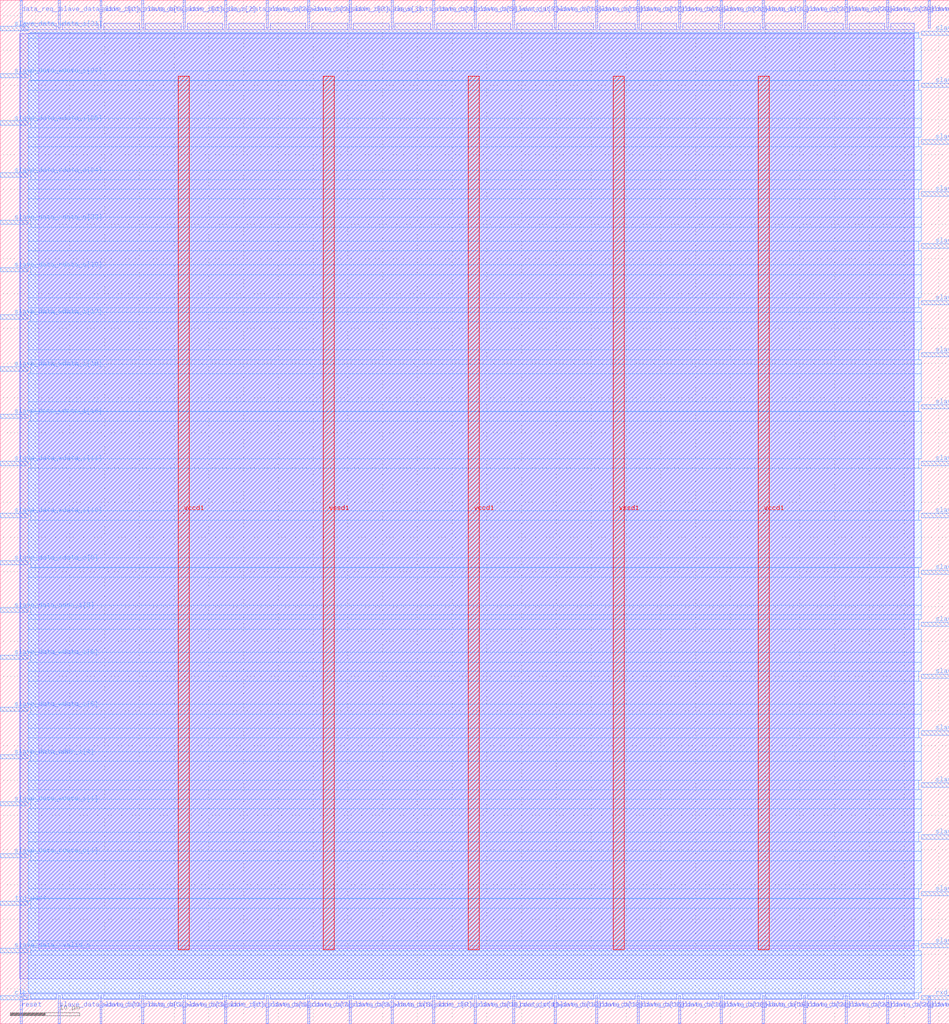
<source format=lef>
VERSION 5.7 ;
  NOWIREEXTENSIONATPIN ON ;
  DIVIDERCHAR "/" ;
  BUSBITCHARS "[]" ;
MACRO peripheral
  CLASS BLOCK ;
  FOREIGN peripheral ;
  ORIGIN 0.000 0.000 ;
  SIZE 136.490 BY 147.210 ;
  PIN clk
    DIRECTION INPUT ;
    USE SIGNAL ;
    PORT
      LAYER met3 ;
        RECT 0.000 3.440 4.000 4.040 ;
    END
  END clk
  PIN data_req_i
    DIRECTION INPUT ;
    USE SIGNAL ;
    PORT
      LAYER met2 ;
        RECT 2.850 143.210 3.130 147.210 ;
    END
  END data_req_i
  PIN reset
    DIRECTION INPUT ;
    USE SIGNAL ;
    PORT
      LAYER met2 ;
        RECT 2.850 0.000 3.130 4.000 ;
    END
  END reset
  PIN rxd_uart
    DIRECTION INPUT ;
    USE SIGNAL ;
    PORT
      LAYER met3 ;
        RECT 132.490 3.440 136.490 4.040 ;
    END
  END rxd_uart
  PIN slave_data_addr_i[0]
    DIRECTION INPUT ;
    USE SIGNAL ;
    PORT
      LAYER met2 ;
        RECT 8.370 143.210 8.650 147.210 ;
    END
  END slave_data_addr_i[0]
  PIN slave_data_addr_i[1]
    DIRECTION INPUT ;
    USE SIGNAL ;
    PORT
      LAYER met2 ;
        RECT 20.330 143.210 20.610 147.210 ;
    END
  END slave_data_addr_i[1]
  PIN slave_data_addr_i[2]
    DIRECTION INPUT ;
    USE SIGNAL ;
    PORT
      LAYER met3 ;
        RECT 132.490 41.520 136.490 42.120 ;
    END
  END slave_data_addr_i[2]
  PIN slave_data_addr_i[3]
    DIRECTION INPUT ;
    USE SIGNAL ;
    PORT
      LAYER met2 ;
        RECT 44.250 143.210 44.530 147.210 ;
    END
  END slave_data_addr_i[3]
  PIN slave_data_addr_i[4]
    DIRECTION INPUT ;
    USE SIGNAL ;
    PORT
      LAYER met3 ;
        RECT 0.000 38.120 4.000 38.720 ;
    END
  END slave_data_addr_i[4]
  PIN slave_data_addr_i[5]
    DIRECTION INPUT ;
    USE SIGNAL ;
    PORT
      LAYER met3 ;
        RECT 132.490 57.160 136.490 57.760 ;
    END
  END slave_data_addr_i[5]
  PIN slave_data_addr_i[6]
    DIRECTION INPUT ;
    USE SIGNAL ;
    PORT
      LAYER met2 ;
        RECT 26.310 0.000 26.590 4.000 ;
    END
  END slave_data_addr_i[6]
  PIN slave_data_addr_i[7]
    DIRECTION INPUT ;
    USE SIGNAL ;
    PORT
      LAYER met3 ;
        RECT 132.490 64.640 136.490 65.240 ;
    END
  END slave_data_addr_i[7]
  PIN slave_data_addr_i[8]
    DIRECTION INPUT ;
    USE SIGNAL ;
    PORT
      LAYER met3 ;
        RECT 0.000 59.200 4.000 59.800 ;
    END
  END slave_data_addr_i[8]
  PIN slave_data_addr_i[9]
    DIRECTION INPUT ;
    USE SIGNAL ;
    PORT
      LAYER met2 ;
        RECT 56.210 0.000 56.490 4.000 ;
    END
  END slave_data_addr_i[9]
  PIN slave_data_be_i[0]
    DIRECTION INPUT ;
    USE SIGNAL ;
    PORT
      LAYER met3 ;
        RECT 132.490 26.560 136.490 27.160 ;
    END
  END slave_data_be_i[0]
  PIN slave_data_be_i[1]
    DIRECTION INPUT ;
    USE SIGNAL ;
    PORT
      LAYER met3 ;
        RECT 132.490 34.040 136.490 34.640 ;
    END
  END slave_data_be_i[1]
  PIN slave_data_be_i[2]
    DIRECTION INPUT ;
    USE SIGNAL ;
    PORT
      LAYER met2 ;
        RECT 26.310 143.210 26.590 147.210 ;
    END
  END slave_data_be_i[2]
  PIN slave_data_be_i[3]
    DIRECTION INPUT ;
    USE SIGNAL ;
    PORT
      LAYER met2 ;
        RECT 50.230 143.210 50.510 147.210 ;
    END
  END slave_data_be_i[3]
  PIN slave_data_gnt_o
    DIRECTION OUTPUT TRISTATE ;
    USE SIGNAL ;
    PORT
      LAYER met3 ;
        RECT 132.490 10.920 136.490 11.520 ;
    END
  END slave_data_gnt_o
  PIN slave_data_rdata_o[0]
    DIRECTION OUTPUT TRISTATE ;
    USE SIGNAL ;
    PORT
      LAYER met2 ;
        RECT 14.350 143.210 14.630 147.210 ;
    END
  END slave_data_rdata_o[0]
  PIN slave_data_rdata_o[10]
    DIRECTION OUTPUT TRISTATE ;
    USE SIGNAL ;
    PORT
      LAYER met2 ;
        RECT 62.190 0.000 62.470 4.000 ;
    END
  END slave_data_rdata_o[10]
  PIN slave_data_rdata_o[11]
    DIRECTION OUTPUT TRISTATE ;
    USE SIGNAL ;
    PORT
      LAYER met2 ;
        RECT 68.170 0.000 68.450 4.000 ;
    END
  END slave_data_rdata_o[11]
  PIN slave_data_rdata_o[12]
    DIRECTION OUTPUT TRISTATE ;
    USE SIGNAL ;
    PORT
      LAYER met3 ;
        RECT 132.490 80.280 136.490 80.880 ;
    END
  END slave_data_rdata_o[12]
  PIN slave_data_rdata_o[13]
    DIRECTION OUTPUT TRISTATE ;
    USE SIGNAL ;
    PORT
      LAYER met2 ;
        RECT 79.670 0.000 79.950 4.000 ;
    END
  END slave_data_rdata_o[13]
  PIN slave_data_rdata_o[14]
    DIRECTION OUTPUT TRISTATE ;
    USE SIGNAL ;
    PORT
      LAYER met3 ;
        RECT 132.490 88.440 136.490 89.040 ;
    END
  END slave_data_rdata_o[14]
  PIN slave_data_rdata_o[15]
    DIRECTION OUTPUT TRISTATE ;
    USE SIGNAL ;
    PORT
      LAYER met2 ;
        RECT 85.650 0.000 85.930 4.000 ;
    END
  END slave_data_rdata_o[15]
  PIN slave_data_rdata_o[16]
    DIRECTION OUTPUT TRISTATE ;
    USE SIGNAL ;
    PORT
      LAYER met2 ;
        RECT 91.630 0.000 91.910 4.000 ;
    END
  END slave_data_rdata_o[16]
  PIN slave_data_rdata_o[17]
    DIRECTION OUTPUT TRISTATE ;
    USE SIGNAL ;
    PORT
      LAYER met2 ;
        RECT 85.650 143.210 85.930 147.210 ;
    END
  END slave_data_rdata_o[17]
  PIN slave_data_rdata_o[18]
    DIRECTION OUTPUT TRISTATE ;
    USE SIGNAL ;
    PORT
      LAYER met2 ;
        RECT 97.610 0.000 97.890 4.000 ;
    END
  END slave_data_rdata_o[18]
  PIN slave_data_rdata_o[19]
    DIRECTION OUTPUT TRISTATE ;
    USE SIGNAL ;
    PORT
      LAYER met3 ;
        RECT 0.000 108.160 4.000 108.760 ;
    END
  END slave_data_rdata_o[19]
  PIN slave_data_rdata_o[1]
    DIRECTION OUTPUT TRISTATE ;
    USE SIGNAL ;
    PORT
      LAYER met3 ;
        RECT 0.000 23.840 4.000 24.440 ;
    END
  END slave_data_rdata_o[1]
  PIN slave_data_rdata_o[20]
    DIRECTION OUTPUT TRISTATE ;
    USE SIGNAL ;
    PORT
      LAYER met2 ;
        RECT 91.630 143.210 91.910 147.210 ;
    END
  END slave_data_rdata_o[20]
  PIN slave_data_rdata_o[21]
    DIRECTION OUTPUT TRISTATE ;
    USE SIGNAL ;
    PORT
      LAYER met2 ;
        RECT 109.570 0.000 109.850 4.000 ;
    END
  END slave_data_rdata_o[21]
  PIN slave_data_rdata_o[22]
    DIRECTION OUTPUT TRISTATE ;
    USE SIGNAL ;
    PORT
      LAYER met2 ;
        RECT 115.550 0.000 115.830 4.000 ;
    END
  END slave_data_rdata_o[22]
  PIN slave_data_rdata_o[23]
    DIRECTION OUTPUT TRISTATE ;
    USE SIGNAL ;
    PORT
      LAYER met3 ;
        RECT 0.000 114.960 4.000 115.560 ;
    END
  END slave_data_rdata_o[23]
  PIN slave_data_rdata_o[24]
    DIRECTION OUTPUT TRISTATE ;
    USE SIGNAL ;
    PORT
      LAYER met3 ;
        RECT 0.000 121.760 4.000 122.360 ;
    END
  END slave_data_rdata_o[24]
  PIN slave_data_rdata_o[25]
    DIRECTION OUTPUT TRISTATE ;
    USE SIGNAL ;
    PORT
      LAYER met3 ;
        RECT 132.490 126.520 136.490 127.120 ;
    END
  END slave_data_rdata_o[25]
  PIN slave_data_rdata_o[26]
    DIRECTION OUTPUT TRISTATE ;
    USE SIGNAL ;
    PORT
      LAYER met2 ;
        RECT 121.530 0.000 121.810 4.000 ;
    END
  END slave_data_rdata_o[26]
  PIN slave_data_rdata_o[27]
    DIRECTION OUTPUT TRISTATE ;
    USE SIGNAL ;
    PORT
      LAYER met2 ;
        RECT 109.570 143.210 109.850 147.210 ;
    END
  END slave_data_rdata_o[27]
  PIN slave_data_rdata_o[28]
    DIRECTION OUTPUT TRISTATE ;
    USE SIGNAL ;
    PORT
      LAYER met2 ;
        RECT 127.510 0.000 127.790 4.000 ;
    END
  END slave_data_rdata_o[28]
  PIN slave_data_rdata_o[29]
    DIRECTION OUTPUT TRISTATE ;
    USE SIGNAL ;
    PORT
      LAYER met2 ;
        RECT 115.550 143.210 115.830 147.210 ;
    END
  END slave_data_rdata_o[29]
  PIN slave_data_rdata_o[2]
    DIRECTION OUTPUT TRISTATE ;
    USE SIGNAL ;
    PORT
      LAYER met2 ;
        RECT 32.290 143.210 32.570 147.210 ;
    END
  END slave_data_rdata_o[2]
  PIN slave_data_rdata_o[30]
    DIRECTION OUTPUT TRISTATE ;
    USE SIGNAL ;
    PORT
      LAYER met2 ;
        RECT 127.510 143.210 127.790 147.210 ;
    END
  END slave_data_rdata_o[30]
  PIN slave_data_rdata_o[31]
    DIRECTION OUTPUT TRISTATE ;
    USE SIGNAL ;
    PORT
      LAYER met3 ;
        RECT 132.490 142.160 136.490 142.760 ;
    END
  END slave_data_rdata_o[31]
  PIN slave_data_rdata_o[3]
    DIRECTION OUTPUT TRISTATE ;
    USE SIGNAL ;
    PORT
      LAYER met2 ;
        RECT 14.350 0.000 14.630 4.000 ;
    END
  END slave_data_rdata_o[3]
  PIN slave_data_rdata_o[4]
    DIRECTION OUTPUT TRISTATE ;
    USE SIGNAL ;
    PORT
      LAYER met2 ;
        RECT 56.210 143.210 56.490 147.210 ;
    END
  END slave_data_rdata_o[4]
  PIN slave_data_rdata_o[5]
    DIRECTION OUTPUT TRISTATE ;
    USE SIGNAL ;
    PORT
      LAYER met2 ;
        RECT 62.190 143.210 62.470 147.210 ;
    END
  END slave_data_rdata_o[5]
  PIN slave_data_rdata_o[6]
    DIRECTION OUTPUT TRISTATE ;
    USE SIGNAL ;
    PORT
      LAYER met2 ;
        RECT 32.290 0.000 32.570 4.000 ;
    END
  END slave_data_rdata_o[6]
  PIN slave_data_rdata_o[7]
    DIRECTION OUTPUT TRISTATE ;
    USE SIGNAL ;
    PORT
      LAYER met2 ;
        RECT 38.270 0.000 38.550 4.000 ;
    END
  END slave_data_rdata_o[7]
  PIN slave_data_rdata_o[8]
    DIRECTION OUTPUT TRISTATE ;
    USE SIGNAL ;
    PORT
      LAYER met2 ;
        RECT 44.250 0.000 44.530 4.000 ;
    END
  END slave_data_rdata_o[8]
  PIN slave_data_rdata_o[9]
    DIRECTION OUTPUT TRISTATE ;
    USE SIGNAL ;
    PORT
      LAYER met3 ;
        RECT 0.000 66.000 4.000 66.600 ;
    END
  END slave_data_rdata_o[9]
  PIN slave_data_rvalid_o
    DIRECTION OUTPUT TRISTATE ;
    USE SIGNAL ;
    PORT
      LAYER met3 ;
        RECT 0.000 10.240 4.000 10.840 ;
    END
  END slave_data_rvalid_o
  PIN slave_data_wdata_i[0]
    DIRECTION INPUT ;
    USE SIGNAL ;
    PORT
      LAYER met2 ;
        RECT 8.370 0.000 8.650 4.000 ;
    END
  END slave_data_wdata_i[0]
  PIN slave_data_wdata_i[10]
    DIRECTION INPUT ;
    USE SIGNAL ;
    PORT
      LAYER met3 ;
        RECT 0.000 72.800 4.000 73.400 ;
    END
  END slave_data_wdata_i[10]
  PIN slave_data_wdata_i[11]
    DIRECTION INPUT ;
    USE SIGNAL ;
    PORT
      LAYER met3 ;
        RECT 0.000 80.280 4.000 80.880 ;
    END
  END slave_data_wdata_i[11]
  PIN slave_data_wdata_i[12]
    DIRECTION INPUT ;
    USE SIGNAL ;
    PORT
      LAYER met2 ;
        RECT 73.690 0.000 73.970 4.000 ;
    END
  END slave_data_wdata_i[12]
  PIN slave_data_wdata_i[13]
    DIRECTION INPUT ;
    USE SIGNAL ;
    PORT
      LAYER met2 ;
        RECT 73.690 143.210 73.970 147.210 ;
    END
  END slave_data_wdata_i[13]
  PIN slave_data_wdata_i[14]
    DIRECTION INPUT ;
    USE SIGNAL ;
    PORT
      LAYER met3 ;
        RECT 0.000 87.080 4.000 87.680 ;
    END
  END slave_data_wdata_i[14]
  PIN slave_data_wdata_i[15]
    DIRECTION INPUT ;
    USE SIGNAL ;
    PORT
      LAYER met2 ;
        RECT 79.670 143.210 79.950 147.210 ;
    END
  END slave_data_wdata_i[15]
  PIN slave_data_wdata_i[16]
    DIRECTION INPUT ;
    USE SIGNAL ;
    PORT
      LAYER met3 ;
        RECT 0.000 93.880 4.000 94.480 ;
    END
  END slave_data_wdata_i[16]
  PIN slave_data_wdata_i[17]
    DIRECTION INPUT ;
    USE SIGNAL ;
    PORT
      LAYER met3 ;
        RECT 0.000 101.360 4.000 101.960 ;
    END
  END slave_data_wdata_i[17]
  PIN slave_data_wdata_i[18]
    DIRECTION INPUT ;
    USE SIGNAL ;
    PORT
      LAYER met3 ;
        RECT 132.490 95.920 136.490 96.520 ;
    END
  END slave_data_wdata_i[18]
  PIN slave_data_wdata_i[19]
    DIRECTION INPUT ;
    USE SIGNAL ;
    PORT
      LAYER met2 ;
        RECT 103.590 0.000 103.870 4.000 ;
    END
  END slave_data_wdata_i[19]
  PIN slave_data_wdata_i[1]
    DIRECTION INPUT ;
    USE SIGNAL ;
    PORT
      LAYER met3 ;
        RECT 0.000 31.320 4.000 31.920 ;
    END
  END slave_data_wdata_i[1]
  PIN slave_data_wdata_i[20]
    DIRECTION INPUT ;
    USE SIGNAL ;
    PORT
      LAYER met2 ;
        RECT 97.610 143.210 97.890 147.210 ;
    END
  END slave_data_wdata_i[20]
  PIN slave_data_wdata_i[21]
    DIRECTION INPUT ;
    USE SIGNAL ;
    PORT
      LAYER met2 ;
        RECT 103.590 143.210 103.870 147.210 ;
    END
  END slave_data_wdata_i[21]
  PIN slave_data_wdata_i[22]
    DIRECTION INPUT ;
    USE SIGNAL ;
    PORT
      LAYER met3 ;
        RECT 132.490 103.400 136.490 104.000 ;
    END
  END slave_data_wdata_i[22]
  PIN slave_data_wdata_i[23]
    DIRECTION INPUT ;
    USE SIGNAL ;
    PORT
      LAYER met3 ;
        RECT 132.490 111.560 136.490 112.160 ;
    END
  END slave_data_wdata_i[23]
  PIN slave_data_wdata_i[24]
    DIRECTION INPUT ;
    USE SIGNAL ;
    PORT
      LAYER met3 ;
        RECT 132.490 119.040 136.490 119.640 ;
    END
  END slave_data_wdata_i[24]
  PIN slave_data_wdata_i[25]
    DIRECTION INPUT ;
    USE SIGNAL ;
    PORT
      LAYER met3 ;
        RECT 0.000 129.240 4.000 129.840 ;
    END
  END slave_data_wdata_i[25]
  PIN slave_data_wdata_i[26]
    DIRECTION INPUT ;
    USE SIGNAL ;
    PORT
      LAYER met3 ;
        RECT 132.490 134.680 136.490 135.280 ;
    END
  END slave_data_wdata_i[26]
  PIN slave_data_wdata_i[27]
    DIRECTION INPUT ;
    USE SIGNAL ;
    PORT
      LAYER met3 ;
        RECT 0.000 136.040 4.000 136.640 ;
    END
  END slave_data_wdata_i[27]
  PIN slave_data_wdata_i[28]
    DIRECTION INPUT ;
    USE SIGNAL ;
    PORT
      LAYER met2 ;
        RECT 133.490 0.000 133.770 4.000 ;
    END
  END slave_data_wdata_i[28]
  PIN slave_data_wdata_i[29]
    DIRECTION INPUT ;
    USE SIGNAL ;
    PORT
      LAYER met2 ;
        RECT 121.530 143.210 121.810 147.210 ;
    END
  END slave_data_wdata_i[29]
  PIN slave_data_wdata_i[2]
    DIRECTION INPUT ;
    USE SIGNAL ;
    PORT
      LAYER met2 ;
        RECT 38.270 143.210 38.550 147.210 ;
    END
  END slave_data_wdata_i[2]
  PIN slave_data_wdata_i[30]
    DIRECTION INPUT ;
    USE SIGNAL ;
    PORT
      LAYER met2 ;
        RECT 133.490 143.210 133.770 147.210 ;
    END
  END slave_data_wdata_i[30]
  PIN slave_data_wdata_i[31]
    DIRECTION INPUT ;
    USE SIGNAL ;
    PORT
      LAYER met3 ;
        RECT 0.000 142.840 4.000 143.440 ;
    END
  END slave_data_wdata_i[31]
  PIN slave_data_wdata_i[3]
    DIRECTION INPUT ;
    USE SIGNAL ;
    PORT
      LAYER met2 ;
        RECT 20.330 0.000 20.610 4.000 ;
    END
  END slave_data_wdata_i[3]
  PIN slave_data_wdata_i[4]
    DIRECTION INPUT ;
    USE SIGNAL ;
    PORT
      LAYER met3 ;
        RECT 132.490 49.680 136.490 50.280 ;
    END
  END slave_data_wdata_i[4]
  PIN slave_data_wdata_i[5]
    DIRECTION INPUT ;
    USE SIGNAL ;
    PORT
      LAYER met3 ;
        RECT 0.000 44.920 4.000 45.520 ;
    END
  END slave_data_wdata_i[5]
  PIN slave_data_wdata_i[6]
    DIRECTION INPUT ;
    USE SIGNAL ;
    PORT
      LAYER met3 ;
        RECT 0.000 52.400 4.000 53.000 ;
    END
  END slave_data_wdata_i[6]
  PIN slave_data_wdata_i[7]
    DIRECTION INPUT ;
    USE SIGNAL ;
    PORT
      LAYER met2 ;
        RECT 68.170 143.210 68.450 147.210 ;
    END
  END slave_data_wdata_i[7]
  PIN slave_data_wdata_i[8]
    DIRECTION INPUT ;
    USE SIGNAL ;
    PORT
      LAYER met2 ;
        RECT 50.230 0.000 50.510 4.000 ;
    END
  END slave_data_wdata_i[8]
  PIN slave_data_wdata_i[9]
    DIRECTION INPUT ;
    USE SIGNAL ;
    PORT
      LAYER met3 ;
        RECT 132.490 72.800 136.490 73.400 ;
    END
  END slave_data_wdata_i[9]
  PIN slave_data_we_i
    DIRECTION INPUT ;
    USE SIGNAL ;
    PORT
      LAYER met3 ;
        RECT 132.490 18.400 136.490 19.000 ;
    END
  END slave_data_we_i
  PIN txd_uart
    DIRECTION OUTPUT TRISTATE ;
    USE SIGNAL ;
    PORT
      LAYER met3 ;
        RECT 0.000 17.040 4.000 17.640 ;
    END
  END txd_uart
  PIN vccd1
    DIRECTION INPUT ;
    USE POWER ;
    PORT
      LAYER met4 ;
        RECT 25.575 10.640 27.175 136.240 ;
    END
    PORT
      LAYER met4 ;
        RECT 67.280 10.640 68.880 136.240 ;
    END
    PORT
      LAYER met4 ;
        RECT 108.985 10.640 110.585 136.240 ;
    END
  END vccd1
  PIN vssd1
    DIRECTION INPUT ;
    USE GROUND ;
    PORT
      LAYER met4 ;
        RECT 46.425 10.640 48.025 136.240 ;
    END
    PORT
      LAYER met4 ;
        RECT 88.130 10.640 89.730 136.240 ;
    END
  END vssd1
  OBS
      LAYER li1 ;
        RECT 5.520 10.795 131.415 142.375 ;
      LAYER met1 ;
        RECT 2.830 6.500 131.490 142.420 ;
      LAYER met2 ;
        RECT 3.410 142.930 8.090 143.890 ;
        RECT 8.930 142.930 14.070 143.890 ;
        RECT 14.910 142.930 20.050 143.890 ;
        RECT 20.890 142.930 26.030 143.890 ;
        RECT 26.870 142.930 32.010 143.890 ;
        RECT 32.850 142.930 37.990 143.890 ;
        RECT 38.830 142.930 43.970 143.890 ;
        RECT 44.810 142.930 49.950 143.890 ;
        RECT 50.790 142.930 55.930 143.890 ;
        RECT 56.770 142.930 61.910 143.890 ;
        RECT 62.750 142.930 67.890 143.890 ;
        RECT 68.730 142.930 73.410 143.890 ;
        RECT 74.250 142.930 79.390 143.890 ;
        RECT 80.230 142.930 85.370 143.890 ;
        RECT 86.210 142.930 91.350 143.890 ;
        RECT 92.190 142.930 97.330 143.890 ;
        RECT 98.170 142.930 103.310 143.890 ;
        RECT 104.150 142.930 109.290 143.890 ;
        RECT 110.130 142.930 115.270 143.890 ;
        RECT 116.110 142.930 121.250 143.890 ;
        RECT 122.090 142.930 127.230 143.890 ;
        RECT 128.070 142.930 131.470 143.890 ;
        RECT 2.860 4.280 131.470 142.930 ;
        RECT 3.410 3.555 8.090 4.280 ;
        RECT 8.930 3.555 14.070 4.280 ;
        RECT 14.910 3.555 20.050 4.280 ;
        RECT 20.890 3.555 26.030 4.280 ;
        RECT 26.870 3.555 32.010 4.280 ;
        RECT 32.850 3.555 37.990 4.280 ;
        RECT 38.830 3.555 43.970 4.280 ;
        RECT 44.810 3.555 49.950 4.280 ;
        RECT 50.790 3.555 55.930 4.280 ;
        RECT 56.770 3.555 61.910 4.280 ;
        RECT 62.750 3.555 67.890 4.280 ;
        RECT 68.730 3.555 73.410 4.280 ;
        RECT 74.250 3.555 79.390 4.280 ;
        RECT 80.230 3.555 85.370 4.280 ;
        RECT 86.210 3.555 91.350 4.280 ;
        RECT 92.190 3.555 97.330 4.280 ;
        RECT 98.170 3.555 103.310 4.280 ;
        RECT 104.150 3.555 109.290 4.280 ;
        RECT 110.130 3.555 115.270 4.280 ;
        RECT 116.110 3.555 121.250 4.280 ;
        RECT 122.090 3.555 127.230 4.280 ;
        RECT 128.070 3.555 131.470 4.280 ;
      LAYER met3 ;
        RECT 4.400 142.440 132.090 142.625 ;
        RECT 4.000 141.760 132.090 142.440 ;
        RECT 4.000 137.040 132.490 141.760 ;
        RECT 4.400 135.680 132.490 137.040 ;
        RECT 4.400 135.640 132.090 135.680 ;
        RECT 4.000 134.280 132.090 135.640 ;
        RECT 4.000 130.240 132.490 134.280 ;
        RECT 4.400 128.840 132.490 130.240 ;
        RECT 4.000 127.520 132.490 128.840 ;
        RECT 4.000 126.120 132.090 127.520 ;
        RECT 4.000 122.760 132.490 126.120 ;
        RECT 4.400 121.360 132.490 122.760 ;
        RECT 4.000 120.040 132.490 121.360 ;
        RECT 4.000 118.640 132.090 120.040 ;
        RECT 4.000 115.960 132.490 118.640 ;
        RECT 4.400 114.560 132.490 115.960 ;
        RECT 4.000 112.560 132.490 114.560 ;
        RECT 4.000 111.160 132.090 112.560 ;
        RECT 4.000 109.160 132.490 111.160 ;
        RECT 4.400 107.760 132.490 109.160 ;
        RECT 4.000 104.400 132.490 107.760 ;
        RECT 4.000 103.000 132.090 104.400 ;
        RECT 4.000 102.360 132.490 103.000 ;
        RECT 4.400 100.960 132.490 102.360 ;
        RECT 4.000 96.920 132.490 100.960 ;
        RECT 4.000 95.520 132.090 96.920 ;
        RECT 4.000 94.880 132.490 95.520 ;
        RECT 4.400 93.480 132.490 94.880 ;
        RECT 4.000 89.440 132.490 93.480 ;
        RECT 4.000 88.080 132.090 89.440 ;
        RECT 4.400 88.040 132.090 88.080 ;
        RECT 4.400 86.680 132.490 88.040 ;
        RECT 4.000 81.280 132.490 86.680 ;
        RECT 4.400 79.880 132.090 81.280 ;
        RECT 4.000 73.800 132.490 79.880 ;
        RECT 4.400 72.400 132.090 73.800 ;
        RECT 4.000 67.000 132.490 72.400 ;
        RECT 4.400 65.640 132.490 67.000 ;
        RECT 4.400 65.600 132.090 65.640 ;
        RECT 4.000 64.240 132.090 65.600 ;
        RECT 4.000 60.200 132.490 64.240 ;
        RECT 4.400 58.800 132.490 60.200 ;
        RECT 4.000 58.160 132.490 58.800 ;
        RECT 4.000 56.760 132.090 58.160 ;
        RECT 4.000 53.400 132.490 56.760 ;
        RECT 4.400 52.000 132.490 53.400 ;
        RECT 4.000 50.680 132.490 52.000 ;
        RECT 4.000 49.280 132.090 50.680 ;
        RECT 4.000 45.920 132.490 49.280 ;
        RECT 4.400 44.520 132.490 45.920 ;
        RECT 4.000 42.520 132.490 44.520 ;
        RECT 4.000 41.120 132.090 42.520 ;
        RECT 4.000 39.120 132.490 41.120 ;
        RECT 4.400 37.720 132.490 39.120 ;
        RECT 4.000 35.040 132.490 37.720 ;
        RECT 4.000 33.640 132.090 35.040 ;
        RECT 4.000 32.320 132.490 33.640 ;
        RECT 4.400 30.920 132.490 32.320 ;
        RECT 4.000 27.560 132.490 30.920 ;
        RECT 4.000 26.160 132.090 27.560 ;
        RECT 4.000 24.840 132.490 26.160 ;
        RECT 4.400 23.440 132.490 24.840 ;
        RECT 4.000 19.400 132.490 23.440 ;
        RECT 4.000 18.040 132.090 19.400 ;
        RECT 4.400 18.000 132.090 18.040 ;
        RECT 4.400 16.640 132.490 18.000 ;
        RECT 4.000 11.920 132.490 16.640 ;
        RECT 4.000 11.240 132.090 11.920 ;
        RECT 4.400 10.520 132.090 11.240 ;
        RECT 4.400 9.840 132.490 10.520 ;
        RECT 4.000 4.440 132.490 9.840 ;
        RECT 4.400 3.575 132.090 4.440 ;
  END
END peripheral
END LIBRARY


</source>
